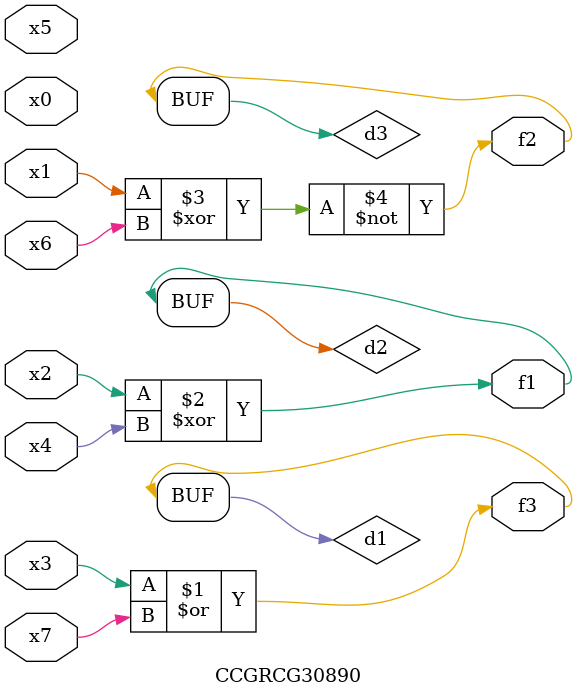
<source format=v>
module CCGRCG30890(
	input x0, x1, x2, x3, x4, x5, x6, x7,
	output f1, f2, f3
);

	wire d1, d2, d3;

	or (d1, x3, x7);
	xor (d2, x2, x4);
	xnor (d3, x1, x6);
	assign f1 = d2;
	assign f2 = d3;
	assign f3 = d1;
endmodule

</source>
